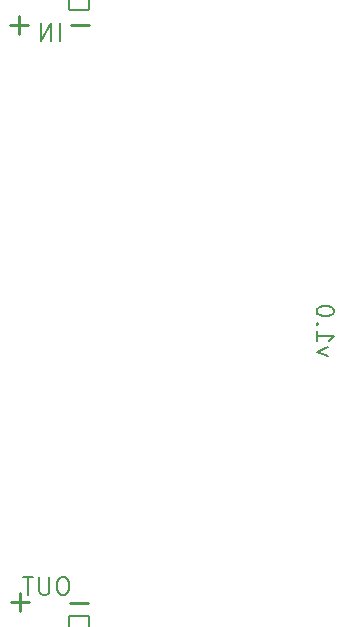
<source format=gbo>
G04 #@! TF.GenerationSoftware,KiCad,Pcbnew,7.0.2-6a45011f42~172~ubuntu22.04.1*
G04 #@! TF.CreationDate,2023-05-13T10:54:30-06:00*
G04 #@! TF.ProjectId,ring-50mm,72696e67-2d35-4306-9d6d-2e6b69636164,rev?*
G04 #@! TF.SameCoordinates,Original*
G04 #@! TF.FileFunction,Legend,Bot*
G04 #@! TF.FilePolarity,Positive*
%FSLAX46Y46*%
G04 Gerber Fmt 4.6, Leading zero omitted, Abs format (unit mm)*
G04 Created by KiCad (PCBNEW 7.0.2-6a45011f42~172~ubuntu22.04.1) date 2023-05-13 10:54:30*
%MOMM*%
%LPD*%
G01*
G04 APERTURE LIST*
G04 Aperture macros list*
%AMRoundRect*
0 Rectangle with rounded corners*
0 $1 Rounding radius*
0 $2 $3 $4 $5 $6 $7 $8 $9 X,Y pos of 4 corners*
0 Add a 4 corners polygon primitive as box body*
4,1,4,$2,$3,$4,$5,$6,$7,$8,$9,$2,$3,0*
0 Add four circle primitives for the rounded corners*
1,1,$1+$1,$2,$3*
1,1,$1+$1,$4,$5*
1,1,$1+$1,$6,$7*
1,1,$1+$1,$8,$9*
0 Add four rect primitives between the rounded corners*
20,1,$1+$1,$2,$3,$4,$5,0*
20,1,$1+$1,$4,$5,$6,$7,0*
20,1,$1+$1,$6,$7,$8,$9,0*
20,1,$1+$1,$8,$9,$2,$3,0*%
G04 Aperture macros list end*
%ADD10C,0.200000*%
%ADD11C,0.250000*%
%ADD12RoundRect,0.050000X-0.850000X0.850000X-0.850000X-0.850000X0.850000X-0.850000X0.850000X0.850000X0*%
%ADD13O,1.800000X1.800000*%
G04 APERTURE END LIST*
D10*
X174983571Y-96085714D02*
X173983571Y-95728571D01*
X173983571Y-95728571D02*
X174983571Y-95371428D01*
X173983571Y-94014285D02*
X173983571Y-94871428D01*
X173983571Y-94442857D02*
X175483571Y-94442857D01*
X175483571Y-94442857D02*
X175269285Y-94585714D01*
X175269285Y-94585714D02*
X175126428Y-94728571D01*
X175126428Y-94728571D02*
X175055000Y-94871428D01*
X174126428Y-93371429D02*
X174055000Y-93300000D01*
X174055000Y-93300000D02*
X173983571Y-93371429D01*
X173983571Y-93371429D02*
X174055000Y-93442857D01*
X174055000Y-93442857D02*
X174126428Y-93371429D01*
X174126428Y-93371429D02*
X173983571Y-93371429D01*
X175483571Y-92371428D02*
X175483571Y-92228571D01*
X175483571Y-92228571D02*
X175412142Y-92085714D01*
X175412142Y-92085714D02*
X175340714Y-92014286D01*
X175340714Y-92014286D02*
X175197857Y-91942857D01*
X175197857Y-91942857D02*
X174912142Y-91871428D01*
X174912142Y-91871428D02*
X174555000Y-91871428D01*
X174555000Y-91871428D02*
X174269285Y-91942857D01*
X174269285Y-91942857D02*
X174126428Y-92014286D01*
X174126428Y-92014286D02*
X174055000Y-92085714D01*
X174055000Y-92085714D02*
X173983571Y-92228571D01*
X173983571Y-92228571D02*
X173983571Y-92371428D01*
X173983571Y-92371428D02*
X174055000Y-92514286D01*
X174055000Y-92514286D02*
X174126428Y-92585714D01*
X174126428Y-92585714D02*
X174269285Y-92657143D01*
X174269285Y-92657143D02*
X174555000Y-92728571D01*
X174555000Y-92728571D02*
X174912142Y-92728571D01*
X174912142Y-92728571D02*
X175197857Y-92657143D01*
X175197857Y-92657143D02*
X175340714Y-92585714D01*
X175340714Y-92585714D02*
X175412142Y-92514286D01*
X175412142Y-92514286D02*
X175483571Y-92371428D01*
X152242857Y-69416428D02*
X152242857Y-67916428D01*
X151528571Y-69416428D02*
X151528571Y-67916428D01*
X151528571Y-67916428D02*
X150671428Y-69416428D01*
X150671428Y-69416428D02*
X150671428Y-67916428D01*
X152657142Y-114816428D02*
X152371428Y-114816428D01*
X152371428Y-114816428D02*
X152228571Y-114887857D01*
X152228571Y-114887857D02*
X152085714Y-115030714D01*
X152085714Y-115030714D02*
X152014285Y-115316428D01*
X152014285Y-115316428D02*
X152014285Y-115816428D01*
X152014285Y-115816428D02*
X152085714Y-116102142D01*
X152085714Y-116102142D02*
X152228571Y-116245000D01*
X152228571Y-116245000D02*
X152371428Y-116316428D01*
X152371428Y-116316428D02*
X152657142Y-116316428D01*
X152657142Y-116316428D02*
X152800000Y-116245000D01*
X152800000Y-116245000D02*
X152942857Y-116102142D01*
X152942857Y-116102142D02*
X153014285Y-115816428D01*
X153014285Y-115816428D02*
X153014285Y-115316428D01*
X153014285Y-115316428D02*
X152942857Y-115030714D01*
X152942857Y-115030714D02*
X152800000Y-114887857D01*
X152800000Y-114887857D02*
X152657142Y-114816428D01*
X151371428Y-114816428D02*
X151371428Y-116030714D01*
X151371428Y-116030714D02*
X151299999Y-116173571D01*
X151299999Y-116173571D02*
X151228571Y-116245000D01*
X151228571Y-116245000D02*
X151085713Y-116316428D01*
X151085713Y-116316428D02*
X150799999Y-116316428D01*
X150799999Y-116316428D02*
X150657142Y-116245000D01*
X150657142Y-116245000D02*
X150585713Y-116173571D01*
X150585713Y-116173571D02*
X150514285Y-116030714D01*
X150514285Y-116030714D02*
X150514285Y-114816428D01*
X150014284Y-114816428D02*
X149157142Y-114816428D01*
X149585713Y-116316428D02*
X149585713Y-114816428D01*
D11*
X154723809Y-68093333D02*
X153200000Y-68093333D01*
X154623809Y-116993333D02*
X153100000Y-116993333D01*
X149523809Y-68093333D02*
X148000000Y-68093333D01*
X148761904Y-68855238D02*
X148761904Y-67331428D01*
X149623809Y-116893333D02*
X148100000Y-116893333D01*
X148861904Y-117655238D02*
X148861904Y-116131428D01*
%LPC*%
D12*
G04 #@! TO.C,J2*
X153900000Y-119000000D03*
D13*
X151360000Y-119000000D03*
X148820000Y-119000000D03*
G04 #@! TD*
D12*
G04 #@! TO.C,J1*
X153900000Y-66000000D03*
D13*
X151360000Y-66000000D03*
X148820000Y-66000000D03*
G04 #@! TD*
%LPD*%
M02*

</source>
